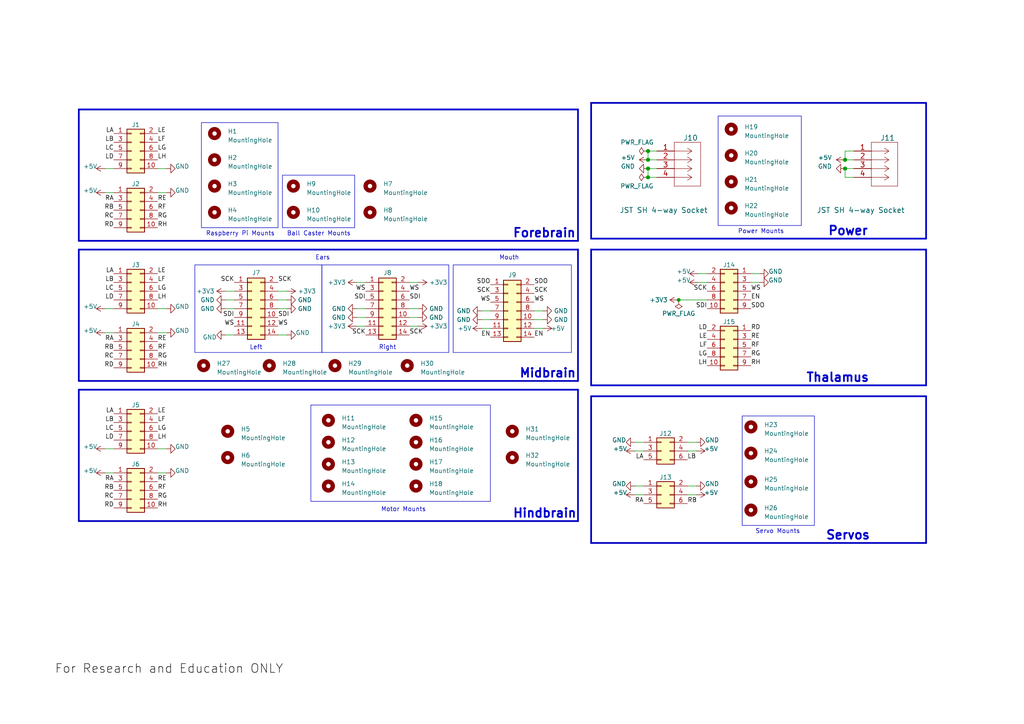
<source format=kicad_sch>
(kicad_sch (version 20231120) (generator "eeschema") (generator_version "8.0")
  (paper "A4")
  (title_block (title "NB3 Body Board") (date "2023-11-29") (rev "0.0.5") (company "Voight-Kampff") (comment 1 "NoBlackBoxes: NB3 robot base"))
  (lib_symbols
    (symbol "Connector_Generic:Conn_02x03_Odd_Even" (pin_names (offset 1.016) hide)
      (property "Reference" "J" (at 1.27 5.08 0))
      (property "Value" "Conn_02x03_Odd_Even" (at 1.27 -5.08 0))
      (symbol "Conn_02x03_Odd_Even_1_1"
        (rectangle (start -1.27 -2.413) (end 0 -2.667) (stroke (width 0.1524)))
        (rectangle (start -1.27 0.127) (end 0 -0.127) (stroke (width 0.1524)))
        (rectangle (start -1.27 2.667) (end 0 2.413) (stroke (width 0.1524)))
        (rectangle (start -1.27 3.81) (end 3.81 -3.81) (stroke (width 0.254)) (fill (type background)))
        (rectangle (start 3.81 -2.413) (end 2.54 -2.667) (stroke (width 0.1524)))
        (rectangle (start 3.81 0.127) (end 2.54 -0.127) (stroke (width 0.1524)))
        (rectangle (start 3.81 2.667) (end 2.54 2.413) (stroke (width 0.1524)))
        (pin passive line (at -5.08 2.54 0) (length 3.81) (name "Pin_1") (number "1"))
        (pin passive line (at 7.62 2.54 180) (length 3.81) (name "Pin_2") (number "2"))
        (pin passive line (at -5.08 0 0) (length 3.81) (name "Pin_3") (number "3"))
        (pin passive line (at 7.62 0 180) (length 3.81) (name "Pin_4") (number "4"))
        (pin passive line (at -5.08 -2.54 0) (length 3.81) (name "Pin_5") (number "5"))
        (pin passive line (at 7.62 -2.54 180) (length 3.81) (name "Pin_6") (number "6"))
      )
    )
    (symbol "Connector_Generic:Conn_02x05_Odd_Even" (pin_names (offset 1.016) hide)
      (property "Reference" "J" (at 1.27 7.62 0))
      (property "Value" "Conn_02x05_Odd_Even" (at 1.27 -7.62 0))
      (symbol "Conn_02x05_Odd_Even_1_1"
        (rectangle (start -1.27 -4.953) (end 0 -5.207) (stroke (width 0.1524)))
        (rectangle (start -1.27 -2.413) (end 0 -2.667) (stroke (width 0.1524)))
        (rectangle (start -1.27 0.127) (end 0 -0.127) (stroke (width 0.1524)))
        (rectangle (start -1.27 2.667) (end 0 2.413) (stroke (width 0.1524)))
        (rectangle (start -1.27 5.207) (end 0 4.953) (stroke (width 0.1524)))
        (rectangle (start -1.27 6.35) (end 3.81 -6.35) (stroke (width 0.254)) (fill (type background)))
        (rectangle (start 3.81 -4.953) (end 2.54 -5.207) (stroke (width 0.1524)))
        (rectangle (start 3.81 -2.413) (end 2.54 -2.667) (stroke (width 0.1524)))
        (rectangle (start 3.81 0.127) (end 2.54 -0.127) (stroke (width 0.1524)))
        (rectangle (start 3.81 2.667) (end 2.54 2.413) (stroke (width 0.1524)))
        (rectangle (start 3.81 5.207) (end 2.54 4.953) (stroke (width 0.1524)))
        (pin passive line (at -5.08 5.08 0) (length 3.81) (name "Pin_1") (number "1"))
        (pin passive line (at 7.62 -5.08 180) (length 3.81) (name "Pin_10") (number "10"))
        (pin passive line (at 7.62 5.08 180) (length 3.81) (name "Pin_2") (number "2"))
        (pin passive line (at -5.08 2.54 0) (length 3.81) (name "Pin_3") (number "3"))
        (pin passive line (at 7.62 2.54 180) (length 3.81) (name "Pin_4") (number "4"))
        (pin passive line (at -5.08 0 0) (length 3.81) (name "Pin_5") (number "5"))
        (pin passive line (at 7.62 0 180) (length 3.81) (name "Pin_6") (number "6"))
        (pin passive line (at -5.08 -2.54 0) (length 3.81) (name "Pin_7") (number "7"))
        (pin passive line (at 7.62 -2.54 180) (length 3.81) (name "Pin_8") (number "8"))
        (pin passive line (at -5.08 -5.08 0) (length 3.81) (name "Pin_9") (number "9"))
      )
    )
    (symbol "Connector_Generic:Conn_02x07_Odd_Even" (pin_names (offset 1.016) hide)
      (property "Reference" "J" (at 1.27 10.16 0))
      (property "Value" "Conn_02x07_Odd_Even" (at 1.27 -10.16 0))
      (symbol "Conn_02x07_Odd_Even_1_1"
        (rectangle (start -1.27 -7.493) (end 0 -7.747) (stroke (width 0.1524)))
        (rectangle (start -1.27 -4.953) (end 0 -5.207) (stroke (width 0.1524)))
        (rectangle (start -1.27 -2.413) (end 0 -2.667) (stroke (width 0.1524)))
        (rectangle (start -1.27 0.127) (end 0 -0.127) (stroke (width 0.1524)))
        (rectangle (start -1.27 2.667) (end 0 2.413) (stroke (width 0.1524)))
        (rectangle (start -1.27 5.207) (end 0 4.953) (stroke (width 0.1524)))
        (rectangle (start -1.27 7.747) (end 0 7.493) (stroke (width 0.1524)))
        (rectangle (start -1.27 8.89) (end 3.81 -8.89) (stroke (width 0.254)) (fill (type background)))
        (rectangle (start 3.81 -7.493) (end 2.54 -7.747) (stroke (width 0.1524)))
        (rectangle (start 3.81 -4.953) (end 2.54 -5.207) (stroke (width 0.1524)))
        (rectangle (start 3.81 -2.413) (end 2.54 -2.667) (stroke (width 0.1524)))
        (rectangle (start 3.81 0.127) (end 2.54 -0.127) (stroke (width 0.1524)))
        (rectangle (start 3.81 2.667) (end 2.54 2.413) (stroke (width 0.1524)))
        (rectangle (start 3.81 5.207) (end 2.54 4.953) (stroke (width 0.1524)))
        (rectangle (start 3.81 7.747) (end 2.54 7.493) (stroke (width 0.1524)))
        (pin passive line (at -5.08 7.62 0) (length 3.81) (name "Pin_1") (number "1"))
        (pin passive line (at 7.62 -2.54 180) (length 3.81) (name "Pin_10") (number "10"))
        (pin passive line (at -5.08 -5.08 0) (length 3.81) (name "Pin_11") (number "11"))
        (pin passive line (at 7.62 -5.08 180) (length 3.81) (name "Pin_12") (number "12"))
        (pin passive line (at -5.08 -7.62 0) (length 3.81) (name "Pin_13") (number "13"))
        (pin passive line (at 7.62 -7.62 180) (length 3.81) (name "Pin_14") (number "14"))
        (pin passive line (at 7.62 7.62 180) (length 3.81) (name "Pin_2") (number "2"))
        (pin passive line (at -5.08 5.08 0) (length 3.81) (name "Pin_3") (number "3"))
        (pin passive line (at 7.62 5.08 180) (length 3.81) (name "Pin_4") (number "4"))
        (pin passive line (at -5.08 2.54 0) (length 3.81) (name "Pin_5") (number "5"))
        (pin passive line (at 7.62 2.54 180) (length 3.81) (name "Pin_6") (number "6"))
        (pin passive line (at -5.08 0 0) (length 3.81) (name "Pin_7") (number "7"))
        (pin passive line (at 7.62 0 180) (length 3.81) (name "Pin_8") (number "8"))
        (pin passive line (at -5.08 -2.54 0) (length 3.81) (name "Pin_9") (number "9"))
      )
    )
    (symbol "Mechanical:MountingHole" (pin_names (offset 1.016))
      (property "Reference" "H" (at 0 5.08 0))
      (property "Value" "MountingHole" (at 0 3.175 0))
      (symbol "MountingHole_0_1"
        (circle (center 0 0) (radius 1.27) (stroke (width 1.27)))
      )
    )
    (symbol "NB3_body:Connector_S4B-PH-SM4-TB(LF)(SN)" (pin_names (offset 0.254) hide)
      (property "Reference" "J" (at 8.89 6.35 0))
      (property "Value" "Connector_S4B-PH-SM4-TB(LF)(SN)" (at 2.54 -13.97 0))
      (symbol "Connector_S4B-PH-SM4-TB(LF)(SN)_1_1"
        (polyline (pts (xy 5.08 -10.16) (xy 12.7 -10.16)) (stroke (width 0.127)))
        (polyline (pts (xy 5.08 2.54) (xy 5.08 -10.16)) (stroke (width 0.127)))
        (polyline (pts (xy 10.16 -7.62) (xy 5.08 -7.62)) (stroke (width 0.127)))
        (polyline (pts (xy 10.16 -7.62) (xy 8.89 -8.4582)) (stroke (width 0.127)))
        (polyline (pts (xy 10.16 -7.62) (xy 8.89 -6.7818)) (stroke (width 0.127)))
        (polyline (pts (xy 10.16 -5.08) (xy 5.08 -5.08)) (stroke (width 0.127)))
        (polyline (pts (xy 10.16 -5.08) (xy 8.89 -5.9182)) (stroke (width 0.127)))
        (polyline (pts (xy 10.16 -5.08) (xy 8.89 -4.2418)) (stroke (width 0.127)))
        (polyline (pts (xy 10.16 -2.54) (xy 5.08 -2.54)) (stroke (width 0.127)))
        (polyline (pts (xy 10.16 -2.54) (xy 8.89 -3.3782)) (stroke (width 0.127)))
        (polyline (pts (xy 10.16 -2.54) (xy 8.89 -1.7018)) (stroke (width 0.127)))
        (polyline (pts (xy 10.16 0) (xy 5.08 0)) (stroke (width 0.127)))
        (polyline (pts (xy 10.16 0) (xy 8.89 -0.8382)) (stroke (width 0.127)))
        (polyline (pts (xy 10.16 0) (xy 8.89 0.8382)) (stroke (width 0.127)))
        (polyline (pts (xy 12.7 -10.16) (xy 12.7 2.54)) (stroke (width 0.127)))
        (polyline (pts (xy 12.7 2.54) (xy 5.08 2.54)) (stroke (width 0.127)))
        (pin passive line (at 0 0 0) (length 5.08) (name "1") (number "1"))
        (pin passive line (at 0 -2.54 0) (length 5.08) (name "2") (number "2"))
        (pin passive line (at 0 -5.08 0) (length 5.08) (name "3") (number "3"))
        (pin passive line (at 0 -7.62 0) (length 5.08) (name "4") (number "4"))
      )
    )
    (symbol "power:+3V3" (power) (pin_names (offset 0))
      (property "Value" "+3V3" (at 0 3.556 0))
      (symbol "+3V3_0_1"
        (polyline (pts (xy -0.762 1.27) (xy 0 2.54)))
        (polyline (pts (xy 0 0) (xy 0 2.54)))
        (polyline (pts (xy 0 2.54) (xy 0.762 1.27)))
      )
      (symbol "+3V3_1_1"
        (pin power_in line (at 0 0 90) (length 0) hide (name "+3V3") (number "1"))
      )
    )
    (symbol "power:+5V" (power) (pin_names (offset 0))
      (property "Value" "+5V" (at 0 3.556 0))
      (symbol "+5V_0_1"
        (polyline (pts (xy -0.762 1.27) (xy 0 2.54)))
        (polyline (pts (xy 0 0) (xy 0 2.54)))
        (polyline (pts (xy 0 2.54) (xy 0.762 1.27)))
      )
      (symbol "+5V_1_1"
        (pin power_in line (at 0 0 90) (length 0) hide (name "+5V") (number "1"))
      )
    )
    (symbol "power:GND" (power) (pin_names (offset 0))
      (property "Value" "GND" (at 0 -3.81 0))
      (symbol "GND_0_1"
        (polyline (pts (xy 0 0) (xy 0 -1.27) (xy 1.27 -1.27) (xy 0 -2.54) (xy -1.27 -1.27) (xy 0 -1.27)))
      )
      (symbol "GND_1_1"
        (pin power_in line (at 0 0 270) (length 0) hide (name "GND") (number "1"))
      )
    )
    (symbol "power:PWR_FLAG" (power) (pin_numbers hide) (pin_names (offset 0) hide)
      (property "Value" "PWR_FLAG" (at 0 3.81 0))
      (symbol "PWR_FLAG_0_0"
        (pin power_out line (at 0 0 90) (length 0) (name "pwr") (number "1"))
      )
      (symbol "PWR_FLAG_0_1"
        (polyline (pts (xy 0 0) (xy 0 1.27) (xy -1.016 1.905) (xy 0 2.54) (xy 1.016 1.905) (xy 0 1.27)))
      )
    )
  )
  (junction (at 196.85 86.995))
  (junction (at 187.96 46.355) (diameter 1.016))
  (junction (at 187.96 43.815) (diameter 1.016))
  (junction (at 245.11 46.355) (diameter 1.016))
  (junction (at 245.11 48.895) (diameter 1.016))
  (junction (at 187.96 51.435) (diameter 1.016))
  (junction (at 187.96 48.895) (diameter 1.016))
  (wire (pts (xy 30.48 96.52) (xy 33.02 96.52)))
  (wire (pts (xy 187.96 51.435) (xy 190.5 51.435)))
  (wire (pts (xy 67.945 97.155) (xy 65.405 97.155)))
  (wire (pts (xy 184.15 130.81) (xy 186.69 130.81)))
  (wire (pts (xy 184.15 143.51) (xy 186.69 143.51)))
  (polyline (pts (xy 171.45 72.39) (xy 171.45 111.76)) (stroke (width 0.5) (type solid)))
  (polyline (pts (xy 167.64 72.39) (xy 167.64 110.49)) (stroke (width 0.5) (type solid)))
  (wire (pts (xy 217.805 79.375) (xy 220.345 79.375)))
  (wire (pts (xy 45.72 55.88) (xy 48.26 55.88)))
  (wire (pts (xy 65.405 84.455) (xy 67.945 84.455)))
  (polyline (pts (xy 171.45 69.215) (xy 268.605 69.215)) (stroke (width 0.5) (type solid)))
  (wire (pts (xy 118.745 92.075) (xy 121.285 92.075)))
  (wire (pts (xy 106.045 92.075) (xy 103.505 92.075)))
  (wire (pts (xy 245.11 48.895) (xy 245.11 51.435)))
  (wire (pts (xy 139.7 95.25) (xy 142.24 95.25)))
  (wire (pts (xy 245.11 51.435) (xy 247.65 51.435)))
  (wire (pts (xy 245.11 46.355) (xy 247.65 46.355)))
  (wire (pts (xy 83.185 84.455) (xy 80.645 84.455)))
  (polyline (pts (xy 171.45 114.935) (xy 171.45 157.48)) (stroke (width 0.5) (type solid)))
  (polyline (pts (xy 268.605 114.935) (xy 268.605 157.48)) (stroke (width 0.5) (type solid)))
  (wire (pts (xy 45.72 96.52) (xy 48.26 96.52)))
  (polyline (pts (xy 22.86 72.39) (xy 167.64 72.39)) (stroke (width 0.5) (type solid)))
  (wire (pts (xy 199.39 140.97) (xy 201.93 140.97)))
  (polyline (pts (xy 22.86 72.39) (xy 22.86 110.49)) (stroke (width 0.5) (type solid)))
  (polyline (pts (xy 167.64 113.03) (xy 167.64 151.13)) (stroke (width 0.5) (type solid)))
  (wire (pts (xy 217.805 81.915) (xy 220.345 81.915)))
  (wire (pts (xy 186.69 140.97) (xy 184.15 140.97)))
  (wire (pts (xy 201.93 143.51) (xy 199.39 143.51)))
  (wire (pts (xy 201.93 130.81) (xy 199.39 130.81)))
  (wire (pts (xy 202.565 81.915) (xy 205.105 81.915)))
  (wire (pts (xy 187.96 48.895) (xy 187.96 51.435)))
  (polyline (pts (xy 167.64 110.49) (xy 22.86 110.49)) (stroke (width 0.5) (type solid)))
  (wire (pts (xy 106.045 89.535) (xy 103.505 89.535)))
  (polyline (pts (xy 171.45 72.39) (xy 268.605 72.39)) (stroke (width 0.5) (type solid)))
  (wire (pts (xy 157.48 95.25) (xy 154.94 95.25)))
  (wire (pts (xy 30.48 48.895) (xy 33.02 48.895)))
  (polyline (pts (xy 171.45 29.845) (xy 268.605 29.845)) (stroke (width 0.5) (type solid)))
  (wire (pts (xy 154.94 90.17) (xy 157.48 90.17)))
  (polyline (pts (xy 22.86 113.03) (xy 22.86 151.13)) (stroke (width 0.5) (type solid)))
  (wire (pts (xy 245.11 43.815) (xy 247.65 43.815)))
  (wire (pts (xy 103.505 81.915) (xy 106.045 81.915)))
  (wire (pts (xy 45.72 137.16) (xy 48.26 137.16)))
  (wire (pts (xy 187.96 46.355) (xy 190.5 46.355)))
  (wire (pts (xy 187.96 43.815) (xy 190.5 43.815)))
  (wire (pts (xy 118.745 89.535) (xy 121.285 89.535)))
  (wire (pts (xy 30.48 89.535) (xy 33.02 89.535)))
  (wire (pts (xy 199.39 128.27) (xy 201.93 128.27)))
  (polyline (pts (xy 167.64 151.13) (xy 22.86 151.13)) (stroke (width 0.5) (type solid)))
  (wire (pts (xy 196.85 86.995) (xy 205.105 86.995)))
  (wire (pts (xy 80.645 97.155) (xy 83.185 97.155)))
  (wire (pts (xy 187.96 43.815) (xy 187.96 46.355)))
  (polyline (pts (xy 22.86 113.03) (xy 167.64 113.03)) (stroke (width 0.5) (type solid)))
  (wire (pts (xy 30.48 130.175) (xy 33.02 130.175)))
  (wire (pts (xy 45.72 89.535) (xy 48.26 89.535)))
  (wire (pts (xy 30.48 55.88) (xy 33.02 55.88)))
  (wire (pts (xy 202.565 79.375) (xy 205.105 79.375)))
  (wire (pts (xy 142.24 90.17) (xy 139.7 90.17)))
  (wire (pts (xy 142.24 92.71) (xy 139.7 92.71)))
  (wire (pts (xy 45.72 130.175) (xy 48.26 130.175)))
  (wire (pts (xy 245.11 43.815) (xy 245.11 46.355)))
  (polyline (pts (xy 22.86 31.75) (xy 22.86 69.85)) (stroke (width 0.5) (type solid)))
  (polyline (pts (xy 22.86 31.75) (xy 167.64 31.75)) (stroke (width 0.5) (type solid)))
  (polyline (pts (xy 167.64 31.75) (xy 167.64 69.85)) (stroke (width 0.5) (type solid)))
  (polyline (pts (xy 167.64 69.85) (xy 22.86 69.85)) (stroke (width 0.5) (type solid)))
  (wire (pts (xy 67.945 89.535) (xy 65.405 89.535)))
  (wire (pts (xy 121.285 81.915) (xy 118.745 81.915)))
  (wire (pts (xy 154.94 92.71) (xy 157.48 92.71)))
  (polyline (pts (xy 268.605 111.76) (xy 171.45 111.76)) (stroke (width 0.5) (type solid)))
  (polyline (pts (xy 171.45 157.48) (xy 268.605 157.48)) (stroke (width 0.5) (type solid)))
  (wire (pts (xy 67.945 86.995) (xy 65.405 86.995)))
  (wire (pts (xy 30.48 137.16) (xy 33.02 137.16)))
  (polyline (pts (xy 268.605 72.39) (xy 268.605 111.76)) (stroke (width 0.5) (type solid)))
  (polyline (pts (xy 171.45 29.845) (xy 171.45 69.215)) (stroke (width 0.5) (type solid)))
  (polyline (pts (xy 268.605 29.845) (xy 268.605 69.215)) (stroke (width 0.5) (type solid)))
  (wire (pts (xy 121.285 94.615) (xy 118.745 94.615)))
  (wire (pts (xy 80.645 86.995) (xy 83.185 86.995)))
  (wire (pts (xy 103.505 94.615) (xy 106.045 94.615)))
  (polyline (pts (xy 171.45 114.935) (xy 268.605 114.935)) (stroke (width 0.5) (type solid)))
  (wire (pts (xy 245.11 48.895) (xy 247.65 48.895)))
  (wire (pts (xy 45.72 48.895) (xy 48.26 48.895)))
  (wire (pts (xy 187.96 48.895) (xy 190.5 48.895)))
  (wire (pts (xy 80.645 89.535) (xy 83.185 89.535)))
  (wire (pts (xy 186.69 128.27) (xy 184.15 128.27)))
  (rectangle (start 90.17 117.475) (end 142.24 145.415))
  (rectangle (start 93.345 76.835) (end 130.175 102.235))
  (rectangle (start 131.445 76.835) (end 165.735 102.235))
  (rectangle (start 81.915 50.8) (end 102.87 66.04))
  (rectangle (start 208.28 33.655) (end 232.41 65.405))
  (rectangle (start 215.265 120.65) (end 236.22 152.4))
  (rectangle (start 112.395 147.955) (end 112.395 147.955))
  (rectangle (start 58.42 35.56) (end 80.645 66.04))
  (rectangle (start 56.515 76.835) (end 93.345 102.235))
  (text "Ball Caster Mounts" (at 83.185 68.58 0) (effects (font (size 1.27 1.27)) (justify left bottom)))
  (text "Ears" (at 91.44 75.565 0) (effects (font (size 1.27 1.27)) (justify left bottom)))
  (text "Servo Mounts" (at 219.075 154.94 0) (effects (font (size 1.27 1.27)) (justify left bottom)))
  (text "Power" (at 240.03 68.58 0) (effects (font (size 2.54 2.54) (thickness 0.508) (bold yes)) (justify left bottom)))
  (text "Thalamus" (at 233.68 111.125 0) (effects (font (size 2.54 2.54) (thickness 0.508) (bold yes)) (justify left bottom)))
  (text "Servos" (at 239.395 156.845 0) (effects (font (size 2.54 2.54) (thickness 0.508) (bold yes)) (justify left bottom)))
  (text "Hindbrain" (at 148.59 150.495 0) (effects (font (size 2.54 2.54) (thickness 0.508) (bold yes)) (justify left bottom)))
  (text "Forebrain" (at 148.59 69.215 0) (effects (font (size 2.54 2.54) (thickness 0.508) (bold yes)) (justify left bottom)))
  (text "Raspberry Pi Mounts" (at 59.69 68.58 0) (effects (font (size 1.27 1.27)) (justify left bottom)))
  (text "Motor Mounts" (at 110.49 148.59 0) (effects (font (size 1.27 1.27)) (justify left bottom)))
  (text "For Research and Education ONLY" (at 15.875 195.58 0) (effects (font (size 2.54 2.54)) (justify left bottom)))
  (text "Right" (at 109.855 101.6 0) (effects (font (size 1.27 1.27)) (justify left bottom)))
  (text "Midbrain" (at 150.495 109.855 0) (effects (font (size 2.54 2.54) (thickness 0.508) (bold yes)) (justify left bottom)))
  (text "Left" (at 72.39 101.6 0) (effects (font (size 1.27 1.27)) (justify left bottom)))
  (text "Power Mounts" (at 213.995 67.945 0) (effects (font (size 1.27 1.27)) (justify left bottom)))
  (text "Mouth" (at 144.78 75.565 0) (effects (font (size 1.27 1.27)) (justify left bottom)))
  (label "SCK" (at 205.105 84.455 180))
  (label "LD" (at 33.02 86.995 180))
  (label "LE" (at 45.72 120.015 0))
  (label "LH" (at 205.105 106.045 180))
  (label "LF" (at 205.105 100.965 180))
  (label "RE" (at 217.805 98.425 0))
  (label "LB" (at 33.02 81.915 180))
  (label "LF" (at 45.72 41.275 0))
  (label "SDI" (at 205.105 89.535 180))
  (label "RH" (at 217.805 106.045 0))
  (label "LC" (at 33.02 84.455 180))
  (label "LG" (at 205.105 103.505 180))
  (label "RD" (at 33.02 106.68 180))
  (label "LE" (at 205.105 98.425 180))
  (label "RE" (at 45.72 99.06 0))
  (label "EN" (at 154.94 97.79 0))
  (label "RE" (at 45.72 139.7 0))
  (label "RA" (at 186.69 146.05 180))
  (label "RG" (at 45.72 104.14 0))
  (label "LD" (at 33.02 46.355 180))
  (label "LF" (at 45.72 81.915 0))
  (label "SCK" (at 80.645 81.915 0))
  (label "LA" (at 33.02 120.015 180))
  (label "LH" (at 45.72 46.355 0))
  (label "WS" (at 106.045 84.455 180))
  (label "SCK" (at 106.045 97.155 180))
  (label "SCK" (at 118.745 97.155 0))
  (label "RB" (at 33.02 142.24 180))
  (label "RE" (at 45.72 58.42 0))
  (label "LC" (at 33.02 43.815 180))
  (label "RF" (at 45.72 60.96 0))
  (label "RB" (at 199.39 146.05 0))
  (label "EN" (at 142.24 97.79 180))
  (label "SDI" (at 118.745 86.995 0))
  (label "LB" (at 33.02 41.275 180))
  (label "SDO" (at 154.94 82.55 0))
  (label "SCK" (at 67.945 81.915 180))
  (label "LH" (at 45.72 86.995 0))
  (label "RF" (at 45.72 101.6 0))
  (label "LA" (at 33.02 79.375 180))
  (label "RD" (at 33.02 147.32 180))
  (label "RA" (at 33.02 139.7 180))
  (label "RG" (at 217.805 103.505 0))
  (label "RC" (at 33.02 63.5 180))
  (label "LD" (at 205.105 95.885 180))
  (label "LB" (at 199.39 133.35 0))
  (label "LD" (at 33.02 127.635 180))
  (label "LG" (at 45.72 84.455 0))
  (label "RF" (at 217.805 100.965 0))
  (label "SDI" (at 80.645 92.075 0))
  (label "SDO" (at 142.24 82.55 180))
  (label "WS" (at 118.745 84.455 0))
  (label "LG" (at 45.72 125.095 0))
  (label "WS" (at 67.945 94.615 180))
  (label "RD" (at 33.02 66.04 180))
  (label "LG" (at 45.72 43.815 0))
  (label "LE" (at 45.72 38.735 0))
  (label "LC" (at 33.02 125.095 180))
  (label "RB" (at 33.02 60.96 180))
  (label "RC" (at 33.02 104.14 180))
  (label "WS" (at 80.645 94.615 0))
  (label "RD" (at 217.805 95.885 0))
  (label "EN" (at 217.805 86.995 0))
  (label "RH" (at 45.72 66.04 0))
  (label "SCK" (at 154.94 85.09 0))
  (label "SDI" (at 67.945 92.075 180))
  (label "WS" (at 217.805 84.455 0))
  (label "SCK" (at 142.24 85.09 180))
  (label "LH" (at 45.72 127.635 0))
  (label "LB" (at 33.02 122.555 180))
  (label "WS" (at 154.94 87.63 0))
  (label "LE" (at 45.72 79.375 0))
  (label "RC" (at 33.02 144.78 180))
  (label "RG" (at 45.72 63.5 0))
  (label "LA" (at 33.02 38.735 180))
  (label "SDI" (at 106.045 86.995 180))
  (label "RF" (at 45.72 142.24 0))
  (label "RH" (at 45.72 147.32 0))
  (label "LF" (at 45.72 122.555 0))
  (label "WS" (at 142.24 87.63 180))
  (label "RA" (at 33.02 58.42 180))
  (label "SDO" (at 217.805 89.535 0))
  (label "RA" (at 33.02 99.06 180))
  (label "RB" (at 33.02 101.6 180))
  (label "RH" (at 45.72 106.68 0))
  (label "LA" (at 186.69 133.35 180))
  (label "RG" (at 45.72 144.78 0))
  (symbol (lib_id "power:+5V") (at 30.48 130.175 90) (unit 1)
    (property "Reference" "#PWR05" (effects (hide yes)))
    (property "Value" "+5V" (at 24.13 129.5399 90) (effects (justify right)))
  )
  (symbol (lib_id "Mechanical:MountingHole") (at 120.65 134.62 0) (unit 1)
    (property "Reference" "H17" (at 124.46 133.9849 0) (effects (justify left)))
    (property "Value" "MountingHole" (at 124.46 136.5249 0) (effects (justify left)))
    (property "Footprint" "MountingHole:MountingHole_3.2mm_M3_ISO7380_Pad" (effects (hide yes)))
  )
  (symbol (lib_id "power:GND") (at 65.405 89.535 270) (unit 1)
    (property "Reference" "#PWR015" (effects (hide yes)))
    (property "Value" "GND" (at 62.23 89.535 90) (effects (justify right)))
  )
  (symbol (lib_id "power:+5V") (at 187.96 46.355 90) (unit 1)
    (property "Reference" "#PWR035" (effects (hide yes)))
    (property "Value" "+5V" (at 184.15 45.7199 90) (effects (justify left)))
  )
  (symbol (lib_id "power:+3V3") (at 65.405 84.455 90) (unit 1)
    (property "Reference" "#PWR013" (effects (hide yes)))
    (property "Value" "+3V3" (at 62.23 84.455 90) (effects (justify left)))
  )
  (symbol (lib_id "power:GND") (at 83.185 86.995 90) (unit 1)
    (property "Reference" "#PWR018" (effects (hide yes)))
    (property "Value" "GND" (at 86.36 86.995 90) (effects (justify right)))
  )
  (symbol (lib_id "power:+5V") (at 139.7 95.25 90) (unit 1)
    (property "Reference" "#PWR048" (effects (hide yes)))
    (property "Value" "+5V" (at 132.715 95.25 90) (effects (justify right)))
  )
  (symbol (lib_id "power:GND") (at 103.505 92.075 270) (unit 1)
    (property "Reference" "#PWR023" (effects (hide yes)))
    (property "Value" "GND" (at 100.33 92.075 90) (effects (justify right)))
  )
  (symbol (lib_id "power:+5V") (at 157.48 95.25 270) (unit 1)
    (property "Reference" "#PWR053" (effects (hide yes)))
    (property "Value" "+5V" (at 163.83 95.25 90) (effects (justify right)))
  )
  (symbol (lib_id "power:+5V") (at 201.93 143.51 270) (unit 1)
    (property "Reference" "#PWR042" (effects (hide yes)))
    (property "Value" "+5V" (at 208.28 142.8751 90) (effects (justify right)))
  )
  (symbol (lib_id "Mechanical:MountingHole") (at 62.23 53.975 0) (unit 1)
    (property "Reference" "H3" (at 66.04 53.3399 0) (effects (justify left)))
    (property "Value" "MountingHole" (at 66.04 55.8799 0) (effects (justify left)))
    (property "Footprint" "MountingHole:MountingHole_2.7mm_M2.5_ISO7380_Pad" (effects (hide yes)))
  )
  (symbol (lib_id "power:+3V3") (at 103.505 81.915 90) (unit 1)
    (property "Reference" "#PWR021" (effects (hide yes)))
    (property "Value" "+3V3" (at 100.33 81.915 90) (effects (justify left)))
  )
  (symbol (lib_id "power:+5V") (at 30.48 89.535 90) (unit 1)
    (property "Reference" "#PWR03" (effects (hide yes)))
    (property "Value" "+5V" (at 24.13 88.8999 90) (effects (justify right)))
  )
  (symbol (lib_id "Mechanical:MountingHole") (at 118.11 106.045 0) (unit 1)
    (property "Reference" "H30" (at 121.92 105.4099 0) (effects (justify left)))
    (property "Value" "MountingHole" (at 121.92 107.9499 0) (effects (justify left)))
    (property "Footprint" "MountingHole:MountingHole_2.7mm_M2.5_ISO7380_Pad" (effects (hide yes)))
  )
  (symbol (lib_id "Mechanical:MountingHole") (at 212.09 60.325 0) (unit 1)
    (property "Reference" "H22" (at 215.9 59.6899 0) (effects (justify left)))
    (property "Value" "MountingHole" (at 215.9 62.2299 0) (effects (justify left)))
    (property "Footprint" "MountingHole:MountingHole_2.7mm_M2.5_ISO7380_Pad" (effects (hide yes)))
  )
  (symbol (lib_id "power:+5V") (at 184.15 143.51 90) (unit 1)
    (property "Reference" "#PWR034" (effects (hide yes)))
    (property "Value" "+5V" (at 177.8 142.8749 90) (effects (justify right)))
  )
  (symbol (lib_id "Mechanical:MountingHole") (at 107.315 61.595 0) (unit 1)
    (property "Reference" "H8" (at 111.125 60.9599 0) (effects (justify left)))
    (property "Value" "MountingHole" (at 111.125 63.4999 0) (effects (justify left)))
    (property "Footprint" "MountingHole:MountingHole_2.7mm_M2.5_ISO7380_Pad" (effects (hide yes)))
  )
  (symbol (lib_id "power:+5V") (at 30.48 137.16 90) (unit 1)
    (property "Reference" "#PWR06" (effects (hide yes)))
    (property "Value" "+5V" (at 24.13 136.5249 90) (effects (justify right)))
  )
  (symbol (lib_id "power:GND") (at 187.96 48.895 270) (unit 1)
    (property "Reference" "#PWR036" (effects (hide yes)))
    (property "Value" "GND" (at 184.15 48.2599 90) (effects (justify right)))
  )
  (symbol (lib_id "Mechanical:MountingHole") (at 212.09 45.085 0) (unit 1)
    (property "Reference" "H20" (at 215.9 44.4499 0) (effects (justify left)))
    (property "Value" "MountingHole" (at 215.9 46.9899 0) (effects (justify left)))
    (property "Footprint" "MountingHole:MountingHole_2.7mm_M2.5_ISO7380_Pad" (effects (hide yes)))
  )
  (symbol (lib_id "power:PWR_FLAG") (at 187.96 43.815 90) (unit 1)
    (property "Reference" "#FLG01" (effects (hide yes)))
    (property "Value" "PWR_FLAG" (at 184.785 41.275 90))
  )
  (symbol (lib_id "Mechanical:MountingHole") (at 59.055 106.045 0) (unit 1)
    (property "Reference" "H27" (at 62.865 105.4099 0) (effects (justify left)))
    (property "Value" "MountingHole" (at 62.865 107.9499 0) (effects (justify left)))
    (property "Footprint" "MountingHole:MountingHole_2.7mm_M2.5_ISO7380_Pad" (effects (hide yes)))
  )
  (symbol (lib_id "power:GND") (at 121.285 89.535 90) (unit 1)
    (property "Reference" "#PWR026" (effects (hide yes)))
    (property "Value" "GND" (at 124.46 89.535 90) (effects (justify right)))
  )
  (symbol (lib_id "power:GND") (at 157.48 90.17 90) (unit 1)
    (property "Reference" "#PWR051" (effects (hide yes)))
    (property "Value" "GND" (at 160.655 90.17 90) (effects (justify right)))
  )
  (symbol (lib_id "Mechanical:MountingHole") (at 95.25 140.97 0) (unit 1)
    (property "Reference" "H14" (at 99.06 140.3349 0) (effects (justify left)))
    (property "Value" "MountingHole" (at 99.06 142.8749 0) (effects (justify left)))
    (property "Footprint" "MountingHole:MountingHole_3.2mm_M3_ISO7380_Pad" (effects (hide yes)))
  )
  (symbol (lib_id "power:+3V3") (at 103.505 94.615 90) (unit 1)
    (property "Reference" "#PWR024" (effects (hide yes)))
    (property "Value" "+3V3" (at 100.33 94.615 90) (effects (justify left)))
  )
  (symbol (lib_id "Mechanical:MountingHole") (at 95.25 121.92 0) (unit 1)
    (property "Reference" "H11" (at 99.06 121.2849 0) (effects (justify left)))
    (property "Value" "MountingHole" (at 99.06 123.8249 0) (effects (justify left)))
    (property "Footprint" "MountingHole:MountingHole_3.2mm_M3_ISO7380_Pad" (effects (hide yes)))
  )
  (symbol (lib_id "power:PWR_FLAG") (at 187.96 51.435 90) (unit 1)
    (property "Reference" "#FLG02" (effects (hide yes)))
    (property "Value" "PWR_FLAG" (at 179.8956 53.975 90) (effects (justify right)))
  )
  (symbol (lib_id "Mechanical:MountingHole") (at 120.65 140.97 0) (unit 1)
    (property "Reference" "H18" (at 124.46 140.3349 0) (effects (justify left)))
    (property "Value" "MountingHole" (at 124.46 142.8749 0) (effects (justify left)))
    (property "Footprint" "MountingHole:MountingHole_3.2mm_M3_ISO7380_Pad" (effects (hide yes)))
  )
  (symbol (lib_id "power:GND") (at 48.26 48.895 90) (unit 1)
    (property "Reference" "#PWR07" (effects (hide yes)))
    (property "Value" "GND" (at 50.8 48.2599 90) (effects (justify right)))
  )
  (symbol (lib_id "power:GND") (at 48.26 130.175 90) (unit 1)
    (property "Reference" "#PWR011" (effects (hide yes)))
    (property "Value" "GND" (at 50.8 129.5399 90) (effects (justify right)))
  )
  (symbol (lib_id "Connector_Generic:Conn_02x05_Odd_Even") (at 38.1 125.095 0) (unit 1)
    (property "Reference" "J5" (at 39.37 117.475 0))
    (property "Value" "Conn_02x05_Counter_Clockwise" (effects (hide yes)))
    (property "Footprint" "Connector_PinSocket_2.54mm:PinSocket_2x05_P2.54mm_Vertical_SMD" (effects (hide yes)))
  )
  (symbol (lib_id "power:+5V") (at 184.15 130.81 90) (unit 1)
    (property "Reference" "#PWR032" (effects (hide yes)))
    (property "Value" "+5V" (at 177.8 130.1749 90) (effects (justify right)))
  )
  (symbol (lib_id "power:+3V3") (at 83.185 84.455 270) (unit 1)
    (property "Reference" "#PWR017" (effects (hide yes)))
    (property "Value" "+3V3" (at 86.36 84.455 90) (effects (justify left)))
  )
  (symbol (lib_id "Mechanical:MountingHole") (at 217.805 147.955 0) (unit 1)
    (property "Reference" "H26" (at 221.615 147.3199 0) (effects (justify left)))
    (property "Value" "MountingHole" (at 221.615 149.8599 0) (effects (justify left)))
    (property "Footprint" "MountingHole:MountingHole_2.7mm_M2.5_ISO7380_Pad" (effects (hide yes)))
  )
  (symbol (lib_id "power:GND") (at 184.15 140.97 270) (unit 1)
    (property "Reference" "#PWR033" (effects (hide yes)))
    (property "Value" "GND" (at 181.61 140.3351 90) (effects (justify right)))
  )
  (symbol (lib_id "Mechanical:MountingHole") (at 85.09 53.975 0) (unit 1)
    (property "Reference" "H9" (at 88.9 53.3399 0) (effects (justify left)))
    (property "Value" "MountingHole" (at 88.9 55.8799 0) (effects (justify left)))
    (property "Footprint" "MountingHole:MountingHole_2.2mm_M2_ISO7380_Pad" (effects (hide yes)))
  )
  (symbol (lib_id "power:GND") (at 83.185 89.535 90) (unit 1)
    (property "Reference" "#PWR019" (effects (hide yes)))
    (property "Value" "GND" (at 86.36 89.535 90) (effects (justify right)))
  )
  (symbol (lib_id "Connector_Generic:Conn_02x05_Odd_Even") (at 38.1 60.96 0) (unit 1)
    (property "Reference" "J2" (at 39.37 53.34 0))
    (property "Value" "Conn_02x05_Counter_Clockwise" (effects (hide yes)))
    (property "Footprint" "Connector_PinSocket_2.54mm:PinSocket_2x05_P2.54mm_Vertical_SMD" (effects (hide yes)))
  )
  (symbol (lib_id "power:GND") (at 48.26 55.88 90) (unit 1)
    (property "Reference" "#PWR08" (effects (hide yes)))
    (property "Value" "GND" (at 50.8 55.2449 90) (effects (justify right)))
  )
  (symbol (lib_id "power:GND") (at 220.345 79.375 90) (unit 1)
    (property "Reference" "#PWR046" (effects (hide yes)))
    (property "Value" "GND" (at 222.885 78.7399 90) (effects (justify right)))
  )
  (symbol (lib_id "power:GND") (at 65.405 97.155 270) (unit 1)
    (property "Reference" "#PWR016" (effects (hide yes)))
    (property "Value" "GND" (at 62.865 97.7901 90) (effects (justify right)))
  )
  (symbol (lib_id "Mechanical:MountingHole") (at 217.805 139.7 0) (unit 1)
    (property "Reference" "H25" (at 221.615 139.0649 0) (effects (justify left)))
    (property "Value" "MountingHole" (at 221.615 141.6049 0) (effects (justify left)))
    (property "Footprint" "MountingHole:MountingHole_2.7mm_M2.5_ISO7380_Pad" (effects (hide yes)))
  )
  (symbol (lib_id "Mechanical:MountingHole") (at 97.155 106.045 0) (unit 1)
    (property "Reference" "H29" (at 100.965 105.4099 0) (effects (justify left)))
    (property "Value" "MountingHole" (at 100.965 107.9499 0) (effects (justify left)))
    (property "Footprint" "MountingHole:MountingHole_2.7mm_M2.5_ISO7380_Pad" (effects (hide yes)))
  )
  (symbol (lib_id "power:+5V") (at 245.11 46.355 90) (unit 1)
    (property "Reference" "#PWR029" (effects (hide yes)))
    (property "Value" "+5V" (at 241.3 45.7199 90) (effects (justify left)))
  )
  (symbol (lib_id "Connector_Generic:Conn_02x05_Odd_Even") (at 212.725 84.455 0) (mirror y) (unit 1)
    (property "Reference" "J14" (at 211.455 76.835 0))
    (property "Value" "Conn_02x05_Counter_Clockwise" (effects (hide yes)))
    (property "Footprint" "Connector_PinSocket_2.54mm:PinSocket_2x05_P2.54mm_Vertical_SMD" (effects (hide yes)))
  )
  (symbol (lib_id "Mechanical:MountingHole") (at 212.09 52.705 0) (unit 1)
    (property "Reference" "H21" (at 215.9 52.0699 0) (effects (justify left)))
    (property "Value" "MountingHole" (at 215.9 54.6099 0) (effects (justify left)))
    (property "Footprint" "MountingHole:MountingHole_2.7mm_M2.5_ISO7380_Pad" (effects (hide yes)))
  )
  (symbol (lib_id "power:GND") (at 157.48 92.71 90) (unit 1)
    (property "Reference" "#PWR052" (effects (hide yes)))
    (property "Value" "GND" (at 160.655 92.71 90) (effects (justify right)))
  )
  (symbol (lib_id "power:GND") (at 139.7 90.17 270) (unit 1)
    (property "Reference" "#PWR049" (effects (hide yes)))
    (property "Value" "GND" (at 136.525 90.17 90) (effects (justify right)))
  )
  (symbol (lib_id "Mechanical:MountingHole") (at 78.105 106.045 0) (unit 1)
    (property "Reference" "H28" (at 81.915 105.4099 0) (effects (justify left)))
    (property "Value" "MountingHole" (at 81.915 107.9499 0) (effects (justify left)))
    (property "Footprint" "MountingHole:MountingHole_2.7mm_M2.5_ISO7380_Pad" (effects (hide yes)))
  )
  (symbol (lib_id "power:+3V3") (at 121.285 81.915 270) (unit 1)
    (property "Reference" "#PWR025" (effects (hide yes)))
    (property "Value" "+3V3" (at 124.46 81.915 90) (effects (justify left)))
  )
  (symbol (lib_id "Connector_Generic:Conn_02x05_Odd_Even") (at 38.1 84.455 0) (unit 1)
    (property "Reference" "J3" (at 39.37 76.835 0))
    (property "Value" "Conn_02x05_Counter_Clockwise" (effects (hide yes)))
    (property "Footprint" "Connector_PinSocket_2.54mm:PinSocket_2x05_P2.54mm_Vertical_SMD" (effects (hide yes)))
  )
  (symbol (lib_id "Mechanical:MountingHole") (at 62.23 38.735 0) (unit 1)
    (property "Reference" "H1" (at 66.04 38.0999 0) (effects (justify left)))
    (property "Value" "MountingHole" (at 66.04 40.6399 0) (effects (justify left)))
    (property "Footprint" "MountingHole:MountingHole_2.7mm_M2.5_ISO7380_Pad" (effects (hide yes)))
  )
  (symbol (lib_id "Connector_Generic:Conn_02x05_Odd_Even") (at 38.1 142.24 0) (unit 1)
    (property "Reference" "J6" (at 39.37 134.62 0))
    (property "Value" "Conn_02x05_Counter_Clockwise" (effects (hide yes)))
    (property "Footprint" "Connector_PinSocket_2.54mm:PinSocket_2x05_P2.54mm_Vertical_SMD" (effects (hide yes)))
  )
  (symbol (lib_id "power:GND") (at 121.285 92.075 90) (unit 1)
    (property "Reference" "#PWR027" (effects (hide yes)))
    (property "Value" "GND" (at 124.46 92.075 90) (effects (justify right)))
  )
  (symbol (lib_id "power:+5V") (at 30.48 55.88 90) (unit 1)
    (property "Reference" "#PWR02" (effects (hide yes)))
    (property "Value" "+5V" (at 24.13 55.2449 90) (effects (justify right)))
  )
  (symbol (lib_id "Mechanical:MountingHole") (at 120.65 128.27 0) (unit 1)
    (property "Reference" "H16" (at 124.46 127.6349 0) (effects (justify left)))
    (property "Value" "MountingHole" (at 124.46 130.1749 0) (effects (justify left)))
    (property "Footprint" "MountingHole:MountingHole_3.2mm_M3_ISO7380_Pad" (effects (hide yes)))
  )
  (symbol (lib_id "power:GND") (at 48.26 96.52 90) (unit 1)
    (property "Reference" "#PWR010" (effects (hide yes)))
    (property "Value" "GND" (at 50.8 95.8849 90) (effects (justify right)))
  )
  (symbol (lib_id "NB3_body:Connector_S4B-PH-SM4-TB(LF)(SN)") (at 190.5 43.815 0) (unit 1)
    (property "Reference" "J10" (at 198.12 40.005 0) (effects (font (size 1.524 1.524)) (justify left)))
    (property "Value" "JST SH 4-way Socket" (at 179.705 60.96 0) (effects (font (size 1.524 1.524)) (justify left)))
    (property "Footprint" "NB3_body:Connector_S4B-PH-SM4-TB(LF)(SN)" (effects (hide yes)))
  )
  (symbol (lib_id "power:GND") (at 201.93 128.27 90) (unit 1)
    (property "Reference" "#PWR039" (effects (hide yes)))
    (property "Value" "GND" (at 204.47 127.6349 90) (effects (justify right)))
  )
  (symbol (lib_id "power:+5V") (at 30.48 48.895 90) (unit 1)
    (property "Reference" "#PWR01" (effects (hide yes)))
    (property "Value" "+5V" (at 24.13 48.2599 90) (effects (justify right)))
  )
  (symbol (lib_id "power:+5V") (at 202.565 79.375 90) (unit 1)
    (property "Reference" "#PWR043" (effects (hide yes)))
    (property "Value" "+5V" (at 196.215 78.7399 90) (effects (justify right)))
  )
  (symbol (lib_id "Connector_Generic:Conn_02x07_Odd_Even") (at 73.025 89.535 0) (unit 1)
    (property "Reference" "J7" (at 74.295 79.113 0))
    (property "Value" "Conn_02x07_Odd_Even" (effects (hide yes)))
    (property "Footprint" "Connector_PinSocket_2.54mm:PinSocket_2x07_P2.54mm_Vertical_SMD" (effects (hide yes)))
  )
  (symbol (lib_id "power:+3V3") (at 121.285 94.615 270) (unit 1)
    (property "Reference" "#PWR028" (effects (hide yes)))
    (property "Value" "+3V3" (at 124.46 94.615 90) (effects (justify left)))
  )
  (symbol (lib_id "Mechanical:MountingHole") (at 62.23 46.355 0) (unit 1)
    (property "Reference" "H2" (at 66.04 45.7199 0) (effects (justify left)))
    (property "Value" "MountingHole" (at 66.04 48.2599 0) (effects (justify left)))
    (property "Footprint" "MountingHole:MountingHole_2.7mm_M2.5_ISO7380_Pad" (effects (hide yes)))
  )
  (symbol (lib_id "power:GND") (at 220.345 81.915 90) (unit 1)
    (property "Reference" "#PWR047" (effects (hide yes)))
    (property "Value" "GND" (at 222.885 81.2799 90) (effects (justify right)))
  )
  (symbol (lib_id "Mechanical:MountingHole") (at 148.59 125.095 0) (unit 1)
    (property "Reference" "H31" (at 152.4 124.4599 0) (effects (justify left)))
    (property "Value" "MountingHole" (at 152.4 126.9999 0) (effects (justify left)))
    (property "Footprint" "MountingHole:MountingHole_2.7mm_M2.5_ISO7380_Pad" (effects (hide yes)))
  )
  (symbol (lib_id "power:GND") (at 245.11 48.895 270) (unit 1)
    (property "Reference" "#PWR030" (effects (hide yes)))
    (property "Value" "GND" (at 241.3 48.2599 90) (effects (justify right)))
  )
  (symbol (lib_id "power:+5V") (at 30.48 96.52 90) (unit 1)
    (property "Reference" "#PWR04" (effects (hide yes)))
    (property "Value" "+5V" (at 24.13 95.8849 90) (effects (justify right)))
  )
  (symbol (lib_id "power:GND") (at 65.405 86.995 270) (unit 1)
    (property "Reference" "#PWR014" (effects (hide yes)))
    (property "Value" "GND" (at 62.23 86.995 90) (effects (justify right)))
  )
  (symbol (lib_id "Connector_Generic:Conn_02x03_Odd_Even") (at 191.77 130.81 0) (unit 1)
    (property "Reference" "J12" (at 193.04 125.73 0))
    (property "Value" "Conn_02x03_Top_Bottom" (effects (hide yes)))
    (property "Footprint" "Connector_PinHeader_2.54mm:PinHeader_2x03_P2.54mm_Vertical_SMD" (effects (hide yes)))
  )
  (symbol (lib_id "Mechanical:MountingHole") (at 217.805 123.825 0) (unit 1)
    (property "Reference" "H23" (at 221.615 123.1899 0) (effects (justify left)))
    (property "Value" "MountingHole" (at 221.615 125.7299 0) (effects (justify left)))
    (property "Footprint" "MountingHole:MountingHole_2.7mm_M2.5_ISO7380_Pad" (effects (hide yes)))
  )
  (symbol (lib_id "power:+5V") (at 201.93 130.81 270) (unit 1)
    (property "Reference" "#PWR040" (effects (hide yes)))
    (property "Value" "+5V" (at 208.28 130.1751 90) (effects (justify right)))
  )
  (symbol (lib_id "power:GND") (at 184.15 128.27 270) (unit 1)
    (property "Reference" "#PWR031" (effects (hide yes)))
    (property "Value" "GND" (at 181.61 127.6351 90) (effects (justify right)))
  )
  (symbol (lib_id "NB3_body:Connector_S4B-PH-SM4-TB(LF)(SN)") (at 247.65 43.815 0) (unit 1)
    (property "Reference" "J11" (at 255.27 40.005 0) (effects (font (size 1.524 1.524)) (justify left)))
    (property "Value" "JST SH 4-way Socket" (at 236.855 60.96 0) (effects (font (size 1.524 1.524)) (justify left)))
    (property "Footprint" "NB3_body:Connector_S4B-PH-SM4-TB(LF)(SN)" (effects (hide yes)))
  )
  (symbol (lib_id "Mechanical:MountingHole") (at 66.04 132.715 0) (unit 1)
    (property "Reference" "H6" (at 69.85 132.0799 0) (effects (justify left)))
    (property "Value" "MountingHole" (at 69.85 134.6199 0) (effects (justify left)))
    (property "Footprint" "MountingHole:MountingHole_2.7mm_M2.5_ISO7380_Pad" (effects (hide yes)))
  )
  (symbol (lib_id "Connector_Generic:Conn_02x05_Odd_Even") (at 212.725 100.965 0) (mirror y) (unit 1)
    (property "Reference" "J15" (at 211.455 93.345 0))
    (property "Value" "Conn_02x05_Counter_Clockwise" (effects (hide yes)))
    (property "Footprint" "Connector_PinSocket_2.54mm:PinSocket_2x05_P2.54mm_Vertical_SMD" (effects (hide yes)))
  )
  (symbol (lib_id "power:GND") (at 83.185 97.155 90) (unit 1)
    (property "Reference" "#PWR020" (effects (hide yes)))
    (property "Value" "GND" (at 85.725 96.5199 90) (effects (justify right)))
  )
  (symbol (lib_id "power:PWR_FLAG") (at 196.85 86.995 180) (unit 1)
    (property "Reference" "#FLG03" (effects (hide yes)))
    (property "Value" "PWR_FLAG" (at 196.85 90.94 0))
  )
  (symbol (lib_id "Mechanical:MountingHole") (at 107.315 53.975 0) (unit 1)
    (property "Reference" "H7" (at 111.125 53.3399 0) (effects (justify left)))
    (property "Value" "MountingHole" (at 111.125 55.8799 0) (effects (justify left)))
    (property "Footprint" "MountingHole:MountingHole_2.7mm_M2.5_ISO7380_Pad" (effects (hide yes)))
  )
  (symbol (lib_id "Connector_Generic:Conn_02x07_Odd_Even") (at 147.32 90.17 0) (unit 1)
    (property "Reference" "J9" (at 148.59 79.748 0))
    (property "Value" "Conn_02x07_Odd_Even" (effects (hide yes)))
    (property "Footprint" "Connector_PinSocket_2.54mm:PinSocket_2x07_P2.54mm_Vertical_SMD" (effects (hide yes)))
  )
  (symbol (lib_id "Mechanical:MountingHole") (at 85.09 61.595 0) (unit 1)
    (property "Reference" "H10" (at 88.9 60.9599 0) (effects (justify left)))
    (property "Value" "MountingHole" (at 88.9 63.4999 0) (effects (justify left)))
    (property "Footprint" "MountingHole:MountingHole_2.2mm_M2_ISO7380_Pad" (effects (hide yes)))
  )
  (symbol (lib_id "power:GND") (at 48.26 89.535 90) (unit 1)
    (property "Reference" "#PWR09" (effects (hide yes)))
    (property "Value" "GND" (at 50.8 88.8999 90) (effects (justify right)))
  )
  (symbol (lib_id "Mechanical:MountingHole") (at 217.805 131.445 0) (unit 1)
    (property "Reference" "H24" (at 221.615 130.8099 0) (effects (justify left)))
    (property "Value" "MountingHole" (at 221.615 133.3499 0) (effects (justify left)))
    (property "Footprint" "MountingHole:MountingHole_2.7mm_M2.5_ISO7380_Pad" (effects (hide yes)))
  )
  (symbol (lib_id "Mechanical:MountingHole") (at 95.25 128.27 0) (unit 1)
    (property "Reference" "H12" (at 99.06 127.6349 0) (effects (justify left)))
    (property "Value" "MountingHole" (at 99.06 130.1749 0) (effects (justify left)))
    (property "Footprint" "MountingHole:MountingHole_3.2mm_M3_ISO7380_Pad" (effects (hide yes)))
  )
  (symbol (lib_id "Connector_Generic:Conn_02x03_Odd_Even") (at 191.77 143.51 0) (unit 1)
    (property "Reference" "J13" (at 193.04 138.43 0))
    (property "Value" "Conn_02x03_Top_Bottom" (effects (hide yes)))
    (property "Footprint" "Connector_PinHeader_2.54mm:PinHeader_2x03_P2.54mm_Vertical_SMD" (effects (hide yes)))
  )
  (symbol (lib_id "power:GND") (at 103.505 89.535 270) (unit 1)
    (property "Reference" "#PWR022" (effects (hide yes)))
    (property "Value" "GND" (at 100.33 89.535 90) (effects (justify right)))
  )
  (symbol (lib_id "Mechanical:MountingHole") (at 148.59 132.715 0) (unit 1)
    (property "Reference" "H32" (at 152.4 132.0799 0) (effects (justify left)))
    (property "Value" "MountingHole" (at 152.4 134.6199 0) (effects (justify left)))
    (property "Footprint" "MountingHole:MountingHole_2.7mm_M2.5_ISO7380_Pad" (effects (hide yes)))
  )
  (symbol (lib_id "power:GND") (at 48.26 137.16 90) (unit 1)
    (property "Reference" "#PWR012" (effects (hide yes)))
    (property "Value" "GND" (at 50.8 136.5249 90) (effects (justify right)))
  )
  (symbol (lib_id "power:GND") (at 139.7 92.71 270) (unit 1)
    (property "Reference" "#PWR050" (effects (hide yes)))
    (property "Value" "GND" (at 136.525 92.71 90) (effects (justify right)))
  )
  (symbol (lib_id "Connector_Generic:Conn_02x07_Odd_Even") (at 111.125 89.535 0) (unit 1)
    (property "Reference" "J8" (at 112.395 79.113 0))
    (property "Value" "Conn_02x07_Odd_Even" (effects (hide yes)))
    (property "Footprint" "Connector_PinSocket_2.54mm:PinSocket_2x07_P2.54mm_Vertical_SMD" (effects (hide yes)))
  )
  (symbol (lib_id "Mechanical:MountingHole") (at 212.09 37.465 0) (unit 1)
    (property "Reference" "H19" (at 215.9 36.8299 0) (effects (justify left)))
    (property "Value" "MountingHole" (at 215.9 39.3699 0) (effects (justify left)))
    (property "Footprint" "MountingHole:MountingHole_2.7mm_M2.5_ISO7380_Pad" (effects (hide yes)))
  )
  (symbol (lib_id "Connector_Generic:Conn_02x05_Odd_Even") (at 38.1 101.6 0) (unit 1)
    (property "Reference" "J4" (at 39.37 93.98 0))
    (property "Value" "Conn_02x05_Counter_Clockwise" (effects (hide yes)))
    (property "Footprint" "Connector_PinSocket_2.54mm:PinSocket_2x05_P2.54mm_Vertical_SMD" (effects (hide yes)))
  )
  (symbol (lib_id "Connector_Generic:Conn_02x05_Odd_Even") (at 38.1 43.815 0) (unit 1)
    (property "Reference" "J1" (at 39.37 36.195 0))
    (property "Value" "Conn_02x05_Counter_Clockwise" (effects (hide yes)))
    (property "Footprint" "Connector_PinSocket_2.54mm:PinSocket_2x05_P2.54mm_Vertical_SMD" (effects (hide yes)))
  )
  (symbol (lib_id "power:GND") (at 201.93 140.97 90) (unit 1)
    (property "Reference" "#PWR041" (effects (hide yes)))
    (property "Value" "GND" (at 204.47 140.3349 90) (effects (justify right)))
  )
  (symbol (lib_id "Mechanical:MountingHole") (at 120.65 121.92 0) (unit 1)
    (property "Reference" "H15" (at 124.46 121.2849 0) (effects (justify left)))
    (property "Value" "MountingHole" (at 124.46 123.8249 0) (effects (justify left)))
    (property "Footprint" "MountingHole:MountingHole_3.2mm_M3_ISO7380_Pad" (effects (hide yes)))
  )
  (symbol (lib_id "power:+5V") (at 202.565 81.915 90) (unit 1)
    (property "Reference" "#PWR044" (effects (hide yes)))
    (property "Value" "+5V" (at 196.215 81.2799 90) (effects (justify right)))
  )
  (symbol (lib_id "Mechanical:MountingHole") (at 66.04 125.095 0) (unit 1)
    (property "Reference" "H5" (at 69.85 124.4599 0) (effects (justify left)))
    (property "Value" "MountingHole" (at 69.85 126.9999 0) (effects (justify left)))
    (property "Footprint" "MountingHole:MountingHole_2.7mm_M2.5_ISO7380_Pad" (effects (hide yes)))
  )
  (symbol (lib_id "Mechanical:MountingHole") (at 95.25 134.62 0) (unit 1)
    (property "Reference" "H13" (at 99.06 133.9849 0) (effects (justify left)))
    (property "Value" "MountingHole" (at 99.06 136.5249 0) (effects (justify left)))
    (property "Footprint" "MountingHole:MountingHole_3.2mm_M3_ISO7380_Pad" (effects (hide yes)))
  )
  (symbol (lib_id "Mechanical:MountingHole") (at 62.23 61.595 0) (unit 1)
    (property "Reference" "H4" (at 66.04 60.9599 0) (effects (justify left)))
    (property "Value" "MountingHole" (at 66.04 63.4999 0) (effects (justify left)))
    (property "Footprint" "MountingHole:MountingHole_2.7mm_M2.5_ISO7380_Pad" (effects (hide yes)))
  )
  (symbol (lib_id "power:+3V3") (at 196.85 86.995 90) (unit 1)
    (property "Reference" "#PWR045" (effects (hide yes)))
    (property "Value" "+3V3" (at 193.675 86.995 90) (effects (justify left)))
  )
)
</source>
